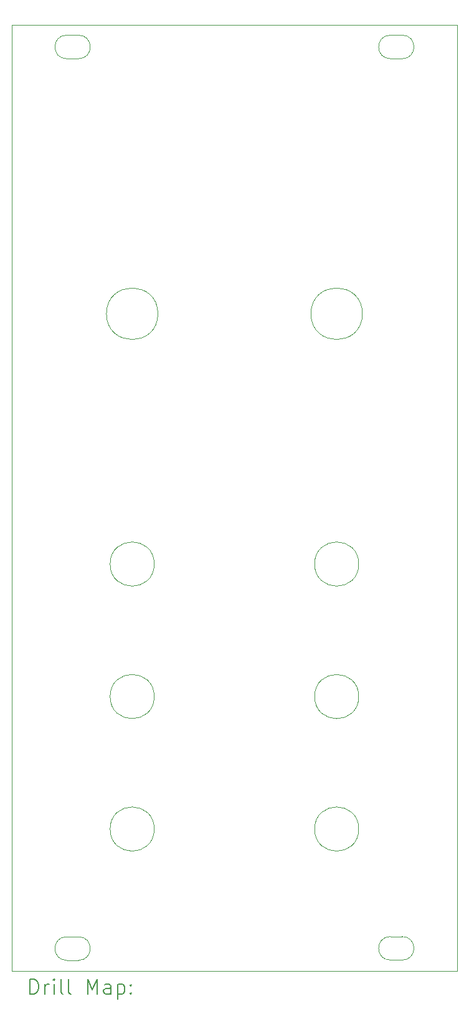
<source format=gbr>
%FSLAX45Y45*%
G04 Gerber Fmt 4.5, Leading zero omitted, Abs format (unit mm)*
G04 Created by KiCad (PCBNEW (6.0.1)) date 2022-09-11 09:08:28*
%MOMM*%
%LPD*%
G01*
G04 APERTURE LIST*
%TA.AperFunction,Profile*%
%ADD10C,0.100000*%
%TD*%
%ADD11C,0.200000*%
G04 APERTURE END LIST*
D10*
X7370000Y-11275000D02*
G75*
G03*
X7370000Y-11275000I-300000J0D01*
G01*
X3400000Y-14537480D02*
X3560000Y-14537480D01*
X7960000Y-2290000D02*
X7800000Y-2290000D01*
X3560000Y-14857500D02*
G75*
G03*
X3560000Y-14537480I0J160010D01*
G01*
X3400000Y-14537480D02*
G75*
G03*
X3400000Y-14857519I0J-160020D01*
G01*
X8710000Y-15000000D02*
X2650000Y-15000000D01*
X4590000Y-9475000D02*
G75*
G03*
X4590000Y-9475000I-300000J0D01*
G01*
X8710000Y-2150000D02*
X8710000Y-15000000D01*
X3560019Y-2610000D02*
G75*
G03*
X3560019Y-2289981I0J160010D01*
G01*
X7800000Y-14535000D02*
G75*
G03*
X7800000Y-14855000I0J-160000D01*
G01*
X4590000Y-11275000D02*
G75*
G03*
X4590000Y-11275000I-300000J0D01*
G01*
X3400019Y-2610020D02*
X3560019Y-2610020D01*
X3400019Y-2289981D02*
G75*
G03*
X3400019Y-2610020I0J-160020D01*
G01*
X3400000Y-14857519D02*
X3560000Y-14857519D01*
X3400019Y-2289981D02*
X3560019Y-2289981D01*
X7370000Y-9475000D02*
G75*
G03*
X7370000Y-9475000I-300000J0D01*
G01*
X4640000Y-6075000D02*
G75*
G03*
X4640000Y-6075000I-350000J0D01*
G01*
X2650000Y-15000000D02*
X2650000Y-2150000D01*
X7960000Y-2610000D02*
G75*
G03*
X7960000Y-2290000I0J160000D01*
G01*
X4590000Y-13075000D02*
G75*
G03*
X4590000Y-13075000I-300000J0D01*
G01*
X7960000Y-14535000D02*
X7800000Y-14535000D01*
X2650000Y-2150000D02*
X8710000Y-2150000D01*
X7800000Y-2290000D02*
G75*
G03*
X7800000Y-2610000I0J-160000D01*
G01*
X7960000Y-2610000D02*
X7800000Y-2610000D01*
X7370000Y-13075000D02*
G75*
G03*
X7370000Y-13075000I-300000J0D01*
G01*
X7960000Y-14855000D02*
G75*
G03*
X7960000Y-14535000I0J160000D01*
G01*
X7420000Y-6075000D02*
G75*
G03*
X7420000Y-6075000I-350000J0D01*
G01*
X7960000Y-14855000D02*
X7800000Y-14855000D01*
D11*
X2902619Y-15315476D02*
X2902619Y-15115476D01*
X2950238Y-15115476D01*
X2978809Y-15125000D01*
X2997857Y-15144048D01*
X3007381Y-15163095D01*
X3016905Y-15201190D01*
X3016905Y-15229762D01*
X3007381Y-15267857D01*
X2997857Y-15286905D01*
X2978809Y-15305952D01*
X2950238Y-15315476D01*
X2902619Y-15315476D01*
X3102619Y-15315476D02*
X3102619Y-15182143D01*
X3102619Y-15220238D02*
X3112143Y-15201190D01*
X3121667Y-15191667D01*
X3140714Y-15182143D01*
X3159762Y-15182143D01*
X3226428Y-15315476D02*
X3226428Y-15182143D01*
X3226428Y-15115476D02*
X3216905Y-15125000D01*
X3226428Y-15134524D01*
X3235952Y-15125000D01*
X3226428Y-15115476D01*
X3226428Y-15134524D01*
X3350238Y-15315476D02*
X3331190Y-15305952D01*
X3321667Y-15286905D01*
X3321667Y-15115476D01*
X3455000Y-15315476D02*
X3435952Y-15305952D01*
X3426428Y-15286905D01*
X3426428Y-15115476D01*
X3683571Y-15315476D02*
X3683571Y-15115476D01*
X3750238Y-15258333D01*
X3816905Y-15115476D01*
X3816905Y-15315476D01*
X3997857Y-15315476D02*
X3997857Y-15210714D01*
X3988333Y-15191667D01*
X3969286Y-15182143D01*
X3931190Y-15182143D01*
X3912143Y-15191667D01*
X3997857Y-15305952D02*
X3978809Y-15315476D01*
X3931190Y-15315476D01*
X3912143Y-15305952D01*
X3902619Y-15286905D01*
X3902619Y-15267857D01*
X3912143Y-15248809D01*
X3931190Y-15239286D01*
X3978809Y-15239286D01*
X3997857Y-15229762D01*
X4093095Y-15182143D02*
X4093095Y-15382143D01*
X4093095Y-15191667D02*
X4112143Y-15182143D01*
X4150238Y-15182143D01*
X4169286Y-15191667D01*
X4178809Y-15201190D01*
X4188333Y-15220238D01*
X4188333Y-15277381D01*
X4178809Y-15296428D01*
X4169286Y-15305952D01*
X4150238Y-15315476D01*
X4112143Y-15315476D01*
X4093095Y-15305952D01*
X4274048Y-15296428D02*
X4283571Y-15305952D01*
X4274048Y-15315476D01*
X4264524Y-15305952D01*
X4274048Y-15296428D01*
X4274048Y-15315476D01*
X4274048Y-15191667D02*
X4283571Y-15201190D01*
X4274048Y-15210714D01*
X4264524Y-15201190D01*
X4274048Y-15191667D01*
X4274048Y-15210714D01*
M02*

</source>
